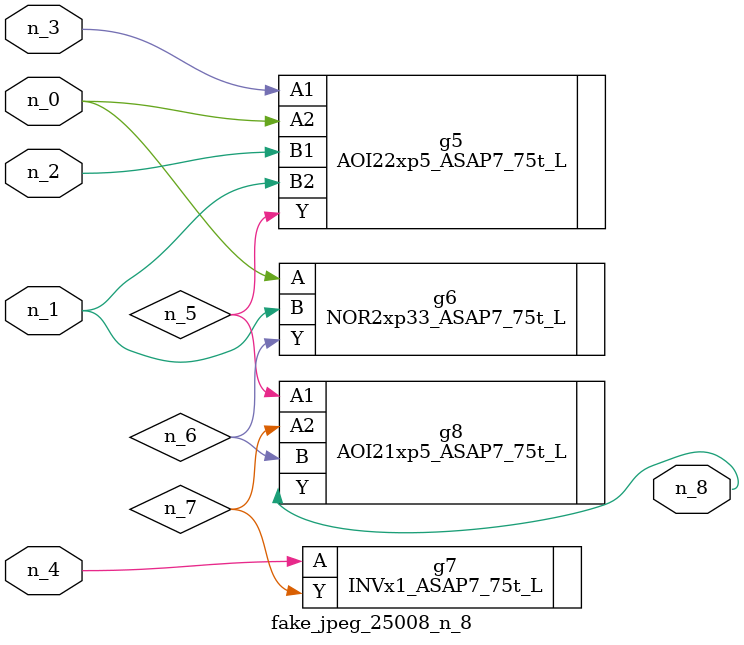
<source format=v>
module fake_jpeg_25008_n_8 (n_3, n_2, n_1, n_0, n_4, n_8);

input n_3;
input n_2;
input n_1;
input n_0;
input n_4;

output n_8;

wire n_6;
wire n_5;
wire n_7;

AOI22xp5_ASAP7_75t_L g5 ( 
.A1(n_3),
.A2(n_0),
.B1(n_2),
.B2(n_1),
.Y(n_5)
);

NOR2xp33_ASAP7_75t_L g6 ( 
.A(n_0),
.B(n_1),
.Y(n_6)
);

INVx1_ASAP7_75t_L g7 ( 
.A(n_4),
.Y(n_7)
);

AOI21xp5_ASAP7_75t_L g8 ( 
.A1(n_5),
.A2(n_7),
.B(n_6),
.Y(n_8)
);


endmodule
</source>
